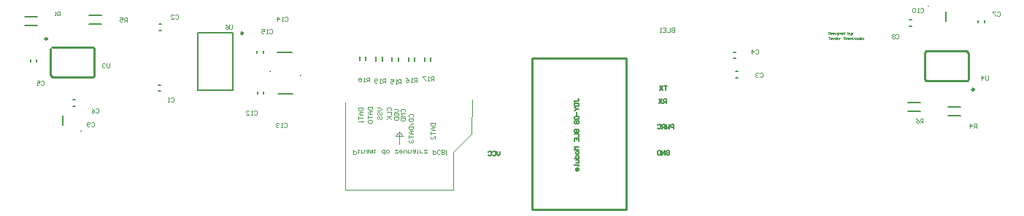
<source format=gbo>
G04*
G04 #@! TF.GenerationSoftware,Altium Limited,Altium Designer,21.3.2 (30)*
G04*
G04 Layer_Color=32896*
%FSLAX43Y43*%
%MOMM*%
G71*
G04*
G04 #@! TF.SameCoordinates,FC902942-77D8-4BC3-8EBF-9AFE0F54990F*
G04*
G04*
G04 #@! TF.FilePolarity,Positive*
G04*
G01*
G75*
%ADD10C,0.127*%
%ADD11C,0.200*%
%ADD13C,0.250*%
%ADD14C,0.152*%
%ADD15C,0.100*%
%ADD16C,0.203*%
%ADD17C,0.102*%
%ADD68C,0.254*%
%ADD100C,0.076*%
D10*
X31986Y62195D02*
G03*
X31986Y62195I-51J0D01*
G01*
X108300Y69757D02*
G03*
X108300Y69757I-51J0D01*
G01*
X10051Y55243D02*
G03*
X10051Y55243I-51J0D01*
G01*
X35465Y61704D02*
G03*
X35465Y61704I-51J0D01*
G01*
X77934Y52900D02*
X78019Y52985D01*
X78188D01*
X78273Y52900D01*
Y52562D01*
X78188Y52477D01*
X78019D01*
X77934Y52562D01*
Y52731D01*
X78104D01*
X77765Y52477D02*
Y52985D01*
X77427Y52477D01*
Y52985D01*
X77257D02*
Y52477D01*
X77003D01*
X76919Y52562D01*
Y52900D01*
X77003Y52985D01*
X77257D01*
X77973Y60485D02*
X77634D01*
X77804D01*
Y59977D01*
X77465Y60485D02*
X77127Y59977D01*
Y60485D02*
X77465Y59977D01*
X58623Y52885D02*
Y52546D01*
X58454Y52377D01*
X58284Y52546D01*
Y52885D01*
X57777Y52800D02*
X57861Y52885D01*
X58031D01*
X58115Y52800D01*
Y52462D01*
X58031Y52377D01*
X57861D01*
X57777Y52462D01*
X57269Y52800D02*
X57353Y52885D01*
X57523D01*
X57607Y52800D01*
Y52462D01*
X57523Y52377D01*
X57353D01*
X57269Y52462D01*
X77873Y58477D02*
Y58985D01*
X77619D01*
X77534Y58900D01*
Y58731D01*
X77619Y58646D01*
X77873D01*
X77704D02*
X77534Y58477D01*
X77365Y58985D02*
X77027Y58477D01*
Y58985D02*
X77365Y58477D01*
X67265Y58584D02*
Y58754D01*
Y58669D01*
X67688D01*
X67773Y58754D01*
Y58838D01*
X67688Y58923D01*
X67265Y58415D02*
X67773D01*
Y58161D01*
X67688Y58077D01*
X67350D01*
X67265Y58161D01*
Y58415D01*
Y57907D02*
X67350D01*
X67519Y57738D01*
X67350Y57569D01*
X67265D01*
X67519Y57738D02*
X67773D01*
X67519Y57400D02*
Y57061D01*
X67350Y56892D02*
X67265Y56807D01*
Y56638D01*
X67350Y56553D01*
X67688D01*
X67773Y56638D01*
Y56807D01*
X67688Y56892D01*
X67350D01*
Y56384D02*
X67265Y56299D01*
Y56130D01*
X67350Y56045D01*
X67434D01*
X67519Y56130D01*
X67604Y56045D01*
X67688D01*
X67773Y56130D01*
Y56299D01*
X67688Y56384D01*
X67604D01*
X67519Y56299D01*
X67434Y56384D01*
X67350D01*
X67519Y56299D02*
Y56130D01*
X67265Y55368D02*
X67773D01*
Y55114D01*
X67688Y55030D01*
X67604D01*
X67519Y55114D01*
Y55368D01*
Y55114D01*
X67434Y55030D01*
X67350D01*
X67265Y55114D01*
Y55368D01*
Y54860D02*
X67773D01*
Y54522D01*
X67265Y54014D02*
Y54352D01*
X67773D01*
Y54014D01*
X67519Y54352D02*
Y54183D01*
X67773Y53337D02*
X67265D01*
X67434Y53168D01*
X67265Y52998D01*
X67773D01*
Y52744D02*
Y52575D01*
X67688Y52490D01*
X67519D01*
X67434Y52575D01*
Y52744D01*
X67519Y52829D01*
X67688D01*
X67773Y52744D01*
X67265Y51983D02*
X67773D01*
Y52237D01*
X67688Y52321D01*
X67519D01*
X67434Y52237D01*
Y51983D01*
Y51813D02*
X67688D01*
X67773Y51729D01*
Y51475D01*
X67434D01*
X67773Y51305D02*
Y51136D01*
Y51221D01*
X67265D01*
Y51305D01*
X67773Y50628D02*
Y50798D01*
X67688Y50882D01*
X67519D01*
X67434Y50798D01*
Y50628D01*
X67519Y50544D01*
X67604D01*
Y50882D01*
X78773Y55477D02*
Y55985D01*
X78519D01*
X78434Y55900D01*
Y55731D01*
X78519Y55646D01*
X78773D01*
X78265Y55985D02*
Y55477D01*
X78096Y55646D01*
X77927Y55477D01*
Y55985D01*
X77757Y55477D02*
Y55985D01*
X77503D01*
X77419Y55900D01*
Y55731D01*
X77503Y55646D01*
X77757D01*
X77588D02*
X77419Y55477D01*
X76911Y55900D02*
X76996Y55985D01*
X77165D01*
X77249Y55900D01*
Y55562D01*
X77165Y55477D01*
X76996D01*
X76911Y55562D01*
D11*
X27650Y59950D02*
Y66650D01*
X23550Y59950D02*
Y66650D01*
X27650D01*
X23550Y59950D02*
X27650D01*
D13*
X28800Y66600D02*
G03*
X28800Y66600I-125J0D01*
G01*
D14*
X85657Y64406D02*
X85911D01*
X85657Y63694D02*
X85911D01*
X85957Y62156D02*
X86211D01*
X85957Y61444D02*
X86211D01*
X3513Y67492D02*
X4935D01*
X3513Y68508D02*
X4935D01*
X18957Y60556D02*
X19211D01*
X18957Y59844D02*
X19211D01*
X19039Y67656D02*
X19293D01*
X19039Y66944D02*
X19293D01*
X105963Y57542D02*
X107385D01*
X105963Y58558D02*
X107385D01*
X10965Y68708D02*
X12387D01*
X10965Y67692D02*
X12387D01*
X110613Y56992D02*
X112035D01*
X110613Y58008D02*
X112035D01*
X114094Y67839D02*
Y68093D01*
X114806Y67839D02*
Y68093D01*
X44220Y63371D02*
Y63829D01*
X44931Y63371D02*
Y63829D01*
X42340Y63403D02*
Y63861D01*
X43051Y63403D02*
Y63861D01*
X49860Y63321D02*
Y63779D01*
X50571Y63321D02*
Y63779D01*
X47980Y63321D02*
Y63779D01*
X48691Y63321D02*
Y63779D01*
X46100Y63321D02*
Y63779D01*
X46811Y63321D02*
Y63779D01*
X30444Y64307D02*
Y64561D01*
X31156Y64307D02*
Y64561D01*
X31206Y59557D02*
Y59811D01*
X30494Y59557D02*
Y59811D01*
X110370Y68017D02*
Y69083D01*
X7880Y55917D02*
Y56983D01*
X106107Y67444D02*
X106361D01*
X106107Y68156D02*
X106361D01*
X9089Y58856D02*
X9343D01*
X9089Y58144D02*
X9343D01*
X4856Y63257D02*
Y63511D01*
X4144Y63257D02*
Y63511D01*
D15*
X46955Y55150D02*
X47330Y54650D01*
X46480D02*
X47330D01*
X46480D02*
X46955Y55150D01*
Y53700D02*
Y55150D01*
X40630Y48350D02*
Y58550D01*
Y48350D02*
X53180D01*
X53222Y52792D01*
X55303Y54873D01*
X55379Y58909D01*
X41580Y53025D02*
Y52525D01*
X41830D01*
X41913Y52609D01*
Y52775D01*
X41830Y52858D01*
X41580D01*
X42080Y53025D02*
X42247D01*
X42163D01*
Y52692D01*
X42080D01*
X42496Y53025D02*
Y52692D01*
X42746D01*
X42830Y52775D01*
Y53025D01*
X43080Y52692D02*
X43246D01*
X43329Y52775D01*
Y53025D01*
X43080D01*
X42996Y52942D01*
X43080Y52858D01*
X43329D01*
X43496Y53025D02*
Y52692D01*
X43579D01*
X43663Y52775D01*
Y53025D01*
Y52775D01*
X43746Y52692D01*
X43829Y52775D01*
Y53025D01*
X43996D02*
X44163D01*
X44079D01*
Y52692D01*
X43996D01*
X45246Y52525D02*
Y53025D01*
X44996D01*
X44912Y52942D01*
Y52775D01*
X44996Y52692D01*
X45246D01*
X45495Y53025D02*
X45662D01*
X45745Y52942D01*
Y52775D01*
X45662Y52692D01*
X45495D01*
X45412Y52775D01*
Y52942D01*
X45495Y53025D01*
X46412Y52692D02*
X46745D01*
X46412Y53025D01*
X46745D01*
X47162D02*
X46995D01*
X46912Y52942D01*
Y52775D01*
X46995Y52692D01*
X47162D01*
X47245Y52775D01*
Y52858D01*
X46912D01*
X47411Y52692D02*
Y52942D01*
X47495Y53025D01*
X47578Y52942D01*
X47661Y53025D01*
X47745Y52942D01*
Y52692D01*
X47911Y53025D02*
Y52692D01*
X48161D01*
X48245Y52775D01*
Y53025D01*
X48494Y52692D02*
X48661D01*
X48744Y52775D01*
Y53025D01*
X48494D01*
X48411Y52942D01*
X48494Y52858D01*
X48744D01*
X48994Y52609D02*
Y52692D01*
X48911D01*
X49078D01*
X48994D01*
Y52942D01*
X49078Y53025D01*
X49328Y52692D02*
Y53025D01*
Y52858D01*
X49411Y52775D01*
X49494Y52692D01*
X49577D01*
X49827D02*
X50161D01*
X49827Y53025D01*
X50161D01*
X50827D02*
Y52525D01*
X51077D01*
X51160Y52609D01*
Y52775D01*
X51077Y52858D01*
X50827D01*
X51660Y52609D02*
X51577Y52525D01*
X51410D01*
X51327Y52609D01*
Y52942D01*
X51410Y53025D01*
X51577D01*
X51660Y52942D01*
X51827Y52525D02*
Y53025D01*
X52077D01*
X52160Y52942D01*
Y52858D01*
X52077Y52775D01*
X51827D01*
X52077D01*
X52160Y52692D01*
Y52609D01*
X52077Y52525D01*
X51827D01*
X52327Y52858D02*
Y52442D01*
Y52942D02*
Y53025D01*
X42155Y57900D02*
X42655D01*
Y57650D01*
X42572Y57567D01*
X42239D01*
X42155Y57650D01*
Y57900D01*
X42655Y57400D02*
X42322D01*
X42155Y57234D01*
X42322Y57067D01*
X42655D01*
X42405D01*
Y57400D01*
X42155Y56900D02*
Y56567D01*
Y56734D01*
X42655D01*
Y56401D02*
Y56234D01*
Y56317D01*
X42155D01*
X42239Y56401D01*
X43280Y58000D02*
X43780D01*
Y57750D01*
X43697Y57667D01*
X43364D01*
X43280Y57750D01*
Y58000D01*
X43780Y57500D02*
X43447D01*
X43280Y57334D01*
X43447Y57167D01*
X43780D01*
X43530D01*
Y57500D01*
X43280Y57000D02*
Y56667D01*
Y56834D01*
X43780D01*
X43364Y56501D02*
X43280Y56417D01*
Y56251D01*
X43364Y56167D01*
X43697D01*
X43780Y56251D01*
Y56417D01*
X43697Y56501D01*
X43364D01*
X44405Y57900D02*
X44738D01*
X44905Y57733D01*
X44738Y57567D01*
X44405D01*
X44489Y57067D02*
X44405Y57150D01*
Y57317D01*
X44489Y57400D01*
X44572D01*
X44655Y57317D01*
Y57150D01*
X44738Y57067D01*
X44822D01*
X44905Y57150D01*
Y57317D01*
X44822Y57400D01*
X44489Y56567D02*
X44405Y56650D01*
Y56817D01*
X44489Y56900D01*
X44572D01*
X44655Y56817D01*
Y56650D01*
X44738Y56567D01*
X44822D01*
X44905Y56650D01*
Y56817D01*
X44822Y56900D01*
X45589Y57567D02*
X45505Y57650D01*
Y57817D01*
X45589Y57900D01*
X45922D01*
X46005Y57817D01*
Y57650D01*
X45922Y57567D01*
X45505Y57400D02*
X46005D01*
Y57067D01*
X45505Y56900D02*
X46005D01*
X45838D01*
X45505Y56567D01*
X45755Y56817D01*
X46005Y56567D01*
X46350Y57800D02*
X46683D01*
X46850Y57633D01*
X46683Y57467D01*
X46350D01*
Y57300D02*
X46850D01*
Y57050D01*
X46767Y56967D01*
X46433D01*
X46350Y57050D01*
Y57300D01*
Y56800D02*
X46850D01*
Y56550D01*
X46767Y56467D01*
X46433D01*
X46350Y56550D01*
Y56800D01*
X47183Y57417D02*
X47100Y57500D01*
Y57667D01*
X47183Y57750D01*
X47517D01*
X47600Y57667D01*
Y57500D01*
X47517Y57417D01*
X47600Y57250D02*
X47100D01*
X47267Y57084D01*
X47100Y56917D01*
X47600D01*
X47100Y56750D02*
X47600D01*
Y56500D01*
X47517Y56417D01*
X47183D01*
X47100Y56500D01*
Y56750D01*
X48083Y56867D02*
X48000Y56950D01*
Y57117D01*
X48083Y57200D01*
X48417D01*
X48500Y57117D01*
Y56950D01*
X48417Y56867D01*
X48000Y56700D02*
X48500D01*
Y56450D01*
X48417Y56367D01*
X48083D01*
X48000Y56450D01*
Y56700D01*
X48500Y56200D02*
X48167Y55867D01*
X48000Y55700D02*
X48500D01*
Y55451D01*
X48417Y55367D01*
X48083D01*
X48000Y55451D01*
Y55700D01*
X48500Y55201D02*
X48167D01*
X48000Y55034D01*
X48167Y54867D01*
X48500D01*
X48250D01*
Y55201D01*
X48000Y54701D02*
Y54368D01*
Y54534D01*
X48500D01*
X48083Y54201D02*
X48000Y54118D01*
Y53951D01*
X48083Y53868D01*
X48167D01*
X48250Y53951D01*
Y54034D01*
Y53951D01*
X48333Y53868D01*
X48417D01*
X48500Y53951D01*
Y54118D01*
X48417Y54201D01*
X50600Y56150D02*
X51100D01*
Y55900D01*
X51017Y55817D01*
X50683D01*
X50600Y55900D01*
Y56150D01*
X51100Y55650D02*
X50767D01*
X50600Y55484D01*
X50767Y55317D01*
X51100D01*
X50850D01*
Y55650D01*
X50600Y55150D02*
Y54817D01*
Y54984D01*
X51100D01*
Y54317D02*
Y54650D01*
X50767Y54317D01*
X50683D01*
X50600Y54401D01*
Y54567D01*
X50683Y54650D01*
X7583Y68650D02*
Y69150D01*
X7333D01*
X7250Y69067D01*
Y68900D01*
X7333Y68817D01*
X7583D01*
X7417D02*
X7250Y68650D01*
X7083D02*
X6917D01*
X7000D01*
Y69150D01*
X7083Y69067D01*
X88233Y64617D02*
X88317Y64700D01*
X88483D01*
X88567Y64617D01*
Y64283D01*
X88483Y64200D01*
X88317D01*
X88233Y64283D01*
X87817Y64200D02*
Y64700D01*
X88067Y64450D01*
X87733D01*
X27567Y67600D02*
Y67183D01*
X27483Y67100D01*
X27317D01*
X27233Y67183D01*
Y67600D01*
X26733D02*
X26900Y67517D01*
X27067Y67350D01*
Y67183D01*
X26983Y67100D01*
X26817D01*
X26733Y67183D01*
Y67267D01*
X26817Y67350D01*
X27067D01*
X115267Y61650D02*
Y61233D01*
X115183Y61150D01*
X115017D01*
X114933Y61233D01*
Y61650D01*
X114517Y61150D02*
Y61650D01*
X114767Y61400D01*
X114433D01*
X13267Y63100D02*
Y62683D01*
X13183Y62600D01*
X13017D01*
X12933Y62683D01*
Y63100D01*
X12767Y63017D02*
X12683Y63100D01*
X12517D01*
X12433Y63017D01*
Y62933D01*
X12517Y62850D01*
X12600D01*
X12517D01*
X12433Y62767D01*
Y62683D01*
X12517Y62600D01*
X12683D01*
X12767Y62683D01*
X45275Y60800D02*
Y61300D01*
X45025D01*
X44942Y61217D01*
Y61050D01*
X45025Y60967D01*
X45275D01*
X45108D02*
X44942Y60800D01*
X44775D02*
X44608D01*
X44692D01*
Y61300D01*
X44775Y61217D01*
X44358Y60883D02*
X44275Y60800D01*
X44109D01*
X44025Y60883D01*
Y61217D01*
X44109Y61300D01*
X44275D01*
X44358Y61217D01*
Y61133D01*
X44275Y61050D01*
X44025D01*
X43425Y60950D02*
Y61450D01*
X43175D01*
X43092Y61367D01*
Y61200D01*
X43175Y61117D01*
X43425D01*
X43258D02*
X43092Y60950D01*
X42925D02*
X42758D01*
X42842D01*
Y61450D01*
X42925Y61367D01*
X42508D02*
X42425Y61450D01*
X42259D01*
X42175Y61367D01*
Y61283D01*
X42259Y61200D01*
X42175Y61117D01*
Y61033D01*
X42259Y60950D01*
X42425D01*
X42508Y61033D01*
Y61117D01*
X42425Y61200D01*
X42508Y61283D01*
Y61367D01*
X42425Y61200D02*
X42259D01*
X50875Y61050D02*
Y61550D01*
X50625D01*
X50542Y61467D01*
Y61300D01*
X50625Y61217D01*
X50875D01*
X50708D02*
X50542Y61050D01*
X50375D02*
X50208D01*
X50292D01*
Y61550D01*
X50375Y61467D01*
X49958Y61550D02*
X49625D01*
Y61467D01*
X49958Y61133D01*
Y61050D01*
X48925Y60900D02*
Y61400D01*
X48675D01*
X48592Y61317D01*
Y61150D01*
X48675Y61067D01*
X48925D01*
X48758D02*
X48592Y60900D01*
X48425D02*
X48258D01*
X48342D01*
Y61400D01*
X48425Y61317D01*
X47675Y61400D02*
X47842Y61317D01*
X48008Y61150D01*
Y60983D01*
X47925Y60900D01*
X47759D01*
X47675Y60983D01*
Y61067D01*
X47759Y61150D01*
X48008D01*
X47125Y60700D02*
Y61200D01*
X46875D01*
X46792Y61117D01*
Y60950D01*
X46875Y60867D01*
X47125D01*
X46958D02*
X46792Y60700D01*
X46625D02*
X46458D01*
X46542D01*
Y61200D01*
X46625Y61117D01*
X45875Y61200D02*
X46208D01*
Y60950D01*
X46042Y61033D01*
X45959D01*
X45875Y60950D01*
Y60783D01*
X45959Y60700D01*
X46125D01*
X46208Y60783D01*
X107667Y56200D02*
Y56700D01*
X107417D01*
X107333Y56617D01*
Y56450D01*
X107417Y56367D01*
X107667D01*
X107500D02*
X107333Y56200D01*
X106833Y56700D02*
X107000Y56617D01*
X107167Y56450D01*
Y56283D01*
X107083Y56200D01*
X106917D01*
X106833Y56283D01*
Y56367D01*
X106917Y56450D01*
X107167D01*
X15317Y67900D02*
Y68400D01*
X15067D01*
X14983Y68317D01*
Y68150D01*
X15067Y68067D01*
X15317D01*
X15150D02*
X14983Y67900D01*
X14483Y68400D02*
X14817D01*
Y68150D01*
X14650Y68233D01*
X14567D01*
X14483Y68150D01*
Y67983D01*
X14567Y67900D01*
X14733D01*
X14817Y67983D01*
X113867Y55600D02*
Y56100D01*
X113617D01*
X113533Y56017D01*
Y55850D01*
X113617Y55767D01*
X113867D01*
X113700D02*
X113533Y55600D01*
X113117D02*
Y56100D01*
X113367Y55850D01*
X113033D01*
X31842Y67017D02*
X31925Y67100D01*
X32091D01*
X32175Y67017D01*
Y66683D01*
X32091Y66600D01*
X31925D01*
X31842Y66683D01*
X31675Y66600D02*
X31508D01*
X31592D01*
Y67100D01*
X31675Y67017D01*
X30925Y67100D02*
X31258D01*
Y66850D01*
X31092Y66933D01*
X31009D01*
X30925Y66850D01*
Y66683D01*
X31009Y66600D01*
X31175D01*
X31258Y66683D01*
X30092Y57517D02*
X30175Y57600D01*
X30341D01*
X30425Y57517D01*
Y57183D01*
X30341Y57100D01*
X30175D01*
X30092Y57183D01*
X29925Y57100D02*
X29758D01*
X29842D01*
Y57600D01*
X29925Y57517D01*
X29175Y57100D02*
X29508D01*
X29175Y57433D01*
Y57517D01*
X29259Y57600D01*
X29425D01*
X29508Y57517D01*
X107392Y69467D02*
X107475Y69550D01*
X107641D01*
X107725Y69467D01*
Y69133D01*
X107641Y69050D01*
X107475D01*
X107392Y69133D01*
X107225Y69050D02*
X107058D01*
X107142D01*
Y69550D01*
X107225Y69467D01*
X106808D02*
X106725Y69550D01*
X106559D01*
X106475Y69467D01*
Y69133D01*
X106559Y69050D01*
X106725D01*
X106808Y69133D01*
Y69467D01*
X11183Y56167D02*
X11267Y56250D01*
X11433D01*
X11517Y56167D01*
Y55833D01*
X11433Y55750D01*
X11267D01*
X11183Y55833D01*
X11017D02*
X10933Y55750D01*
X10767D01*
X10683Y55833D01*
Y56167D01*
X10767Y56250D01*
X10933D01*
X11017Y56167D01*
Y56083D01*
X10933Y56000D01*
X10683D01*
X104533Y66367D02*
X104617Y66450D01*
X104783D01*
X104867Y66367D01*
Y66033D01*
X104783Y65950D01*
X104617D01*
X104533Y66033D01*
X104367Y66367D02*
X104283Y66450D01*
X104117D01*
X104033Y66367D01*
Y66283D01*
X104117Y66200D01*
X104033Y66117D01*
Y66033D01*
X104117Y65950D01*
X104283D01*
X104367Y66033D01*
Y66117D01*
X104283Y66200D01*
X104367Y66283D01*
Y66367D01*
X104283Y66200D02*
X104117D01*
X116233Y69017D02*
X116317Y69100D01*
X116483D01*
X116567Y69017D01*
Y68683D01*
X116483Y68600D01*
X116317D01*
X116233Y68683D01*
X116067Y69100D02*
X115733D01*
Y69017D01*
X116067Y68683D01*
Y68600D01*
X11733Y57767D02*
X11817Y57850D01*
X11983D01*
X12067Y57767D01*
Y57433D01*
X11983Y57350D01*
X11817D01*
X11733Y57433D01*
X11233Y57850D02*
X11400Y57767D01*
X11567Y57600D01*
Y57433D01*
X11483Y57350D01*
X11317D01*
X11233Y57433D01*
Y57517D01*
X11317Y57600D01*
X11567D01*
X5383Y61017D02*
X5467Y61100D01*
X5633D01*
X5717Y61017D01*
Y60683D01*
X5633Y60600D01*
X5467D01*
X5383Y60683D01*
X4883Y61100D02*
X5217D01*
Y60850D01*
X5050Y60933D01*
X4967D01*
X4883Y60850D01*
Y60683D01*
X4967Y60600D01*
X5133D01*
X5217Y60683D01*
X88733Y61917D02*
X88817Y62000D01*
X88983D01*
X89067Y61917D01*
Y61583D01*
X88983Y61500D01*
X88817D01*
X88733Y61583D01*
X88567Y61917D02*
X88483Y62000D01*
X88317D01*
X88233Y61917D01*
Y61833D01*
X88317Y61750D01*
X88400D01*
X88317D01*
X88233Y61667D01*
Y61583D01*
X88317Y61500D01*
X88483D01*
X88567Y61583D01*
X20933Y68717D02*
X21017Y68800D01*
X21183D01*
X21267Y68717D01*
Y68383D01*
X21183Y68300D01*
X21017D01*
X20933Y68383D01*
X20433Y68300D02*
X20767D01*
X20433Y68633D01*
Y68717D01*
X20517Y68800D01*
X20683D01*
X20767Y68717D01*
X33642Y68417D02*
X33725Y68500D01*
X33891D01*
X33975Y68417D01*
Y68083D01*
X33891Y68000D01*
X33725D01*
X33642Y68083D01*
X33475Y68000D02*
X33308D01*
X33392D01*
Y68500D01*
X33475Y68417D01*
X32809Y68000D02*
Y68500D01*
X33058Y68250D01*
X32725D01*
X33542Y56067D02*
X33625Y56150D01*
X33791D01*
X33875Y56067D01*
Y55733D01*
X33791Y55650D01*
X33625D01*
X33542Y55733D01*
X33375Y55650D02*
X33208D01*
X33292D01*
Y56150D01*
X33375Y56067D01*
X32958D02*
X32875Y56150D01*
X32709D01*
X32625Y56067D01*
Y55983D01*
X32709Y55900D01*
X32792D01*
X32709D01*
X32625Y55817D01*
Y55733D01*
X32709Y55650D01*
X32875D01*
X32958Y55733D01*
X20450Y59017D02*
X20533Y59100D01*
X20700D01*
X20783Y59017D01*
Y58683D01*
X20700Y58600D01*
X20533D01*
X20450Y58683D01*
X20283Y58600D02*
X20117D01*
X20200D01*
Y59100D01*
X20283Y59017D01*
D16*
X32812Y64342D02*
X34488D01*
X32862Y59558D02*
X34538D01*
D17*
X78804Y67249D02*
Y66742D01*
X78550D01*
X78465Y66826D01*
Y66911D01*
X78550Y66996D01*
X78804D01*
X78550D01*
X78465Y67080D01*
Y67165D01*
X78550Y67249D01*
X78804D01*
X78296D02*
Y66742D01*
X77957D01*
X77449Y67249D02*
X77788D01*
Y66742D01*
X77449D01*
X77788Y66996D02*
X77619D01*
X77280Y66742D02*
X77111D01*
X77195D01*
Y67249D01*
X77280Y67165D01*
D68*
X113600Y60056D02*
G03*
X113600Y60056I-127J0D01*
G01*
X6079Y65944D02*
G03*
X6079Y65944I-127J0D01*
G01*
X62316Y46050D02*
Y63734D01*
X73238D01*
Y46050D02*
Y63734D01*
X62316Y46050D02*
X73238D01*
X108012Y61072D02*
X112838D01*
X107885Y61199D02*
X108012Y61072D01*
X107885Y61199D02*
Y64374D01*
X108012Y64501D01*
X112711D01*
X112965Y64247D01*
Y61199D02*
Y64247D01*
X6587Y64928D02*
X11413D01*
X11540Y64801D01*
Y61626D02*
Y64801D01*
X11413Y61499D02*
X11540Y61626D01*
X6714Y61499D02*
X11413D01*
X6460Y61753D02*
X6714Y61499D01*
X6460Y61753D02*
Y64801D01*
D100*
X96676Y66752D02*
Y66498D01*
X96803D01*
X96845Y66541D01*
Y66710D01*
X96803Y66752D01*
X96676D01*
X97057Y66498D02*
X96972D01*
X96930Y66541D01*
Y66625D01*
X96972Y66668D01*
X97057D01*
X97099Y66625D01*
Y66583D01*
X96930D01*
X97184Y66498D02*
X97311D01*
X97353Y66541D01*
X97311Y66583D01*
X97226D01*
X97184Y66625D01*
X97226Y66668D01*
X97353D01*
X97438Y66498D02*
X97523D01*
X97480D01*
Y66668D01*
X97438D01*
X97734Y66414D02*
X97777D01*
X97819Y66456D01*
Y66668D01*
X97692D01*
X97650Y66625D01*
Y66541D01*
X97692Y66498D01*
X97819D01*
X97903D02*
Y66668D01*
X98030D01*
X98073Y66625D01*
Y66498D01*
X98284D02*
X98200D01*
X98157Y66541D01*
Y66625D01*
X98200Y66668D01*
X98284D01*
X98327Y66625D01*
Y66583D01*
X98157D01*
X98581Y66752D02*
Y66498D01*
X98454D01*
X98411Y66541D01*
Y66625D01*
X98454Y66668D01*
X98581D01*
X98919Y66752D02*
Y66498D01*
X99046D01*
X99088Y66541D01*
Y66583D01*
Y66625D01*
X99046Y66668D01*
X98919D01*
X99173D02*
Y66541D01*
X99215Y66498D01*
X99342D01*
Y66456D01*
X99300Y66414D01*
X99258D01*
X99342Y66498D02*
Y66668D01*
X99427D02*
X99469D01*
Y66625D01*
X99427D01*
Y66668D01*
Y66541D02*
X99469D01*
Y66498D01*
X99427D01*
Y66541D01*
X96676Y66180D02*
X96845D01*
X96761D01*
Y65926D01*
X97057D02*
X96972D01*
X96930Y65969D01*
Y66053D01*
X96972Y66095D01*
X97057D01*
X97099Y66053D01*
Y66011D01*
X96930D01*
X97226Y65926D02*
X97311D01*
X97353Y65969D01*
Y66053D01*
X97311Y66095D01*
X97226D01*
X97184Y66053D01*
Y65969D01*
X97226Y65926D01*
X97607Y66180D02*
Y65926D01*
X97480D01*
X97438Y65969D01*
Y66053D01*
X97480Y66095D01*
X97607D01*
X97734Y65926D02*
X97819D01*
X97861Y65969D01*
Y66053D01*
X97819Y66095D01*
X97734D01*
X97692Y66053D01*
Y65969D01*
X97734Y65926D01*
X97946Y66095D02*
Y65926D01*
Y66011D01*
X97988Y66053D01*
X98030Y66095D01*
X98073D01*
X98454Y65926D02*
Y66180D01*
X98581D01*
X98623Y66138D01*
Y66053D01*
X98581Y66011D01*
X98454D01*
X98538D02*
X98623Y65926D01*
X98750D02*
X98835D01*
X98877Y65969D01*
Y66053D01*
X98835Y66095D01*
X98750D01*
X98708Y66053D01*
Y65969D01*
X98750Y65926D01*
X98961D02*
X99088D01*
X99131Y65969D01*
X99088Y66011D01*
X99004D01*
X98961Y66053D01*
X99004Y66095D01*
X99131D01*
X99258Y65926D02*
X99342D01*
X99385Y65969D01*
Y66053D01*
X99342Y66095D01*
X99258D01*
X99215Y66053D01*
Y65969D01*
X99258Y65926D01*
X99469D02*
X99554D01*
X99512D01*
Y66180D01*
X99469D01*
X99723Y65926D02*
X99808D01*
X99850Y65969D01*
Y66053D01*
X99808Y66095D01*
X99723D01*
X99681Y66053D01*
Y65969D01*
X99723Y65926D01*
X99935Y66095D02*
Y65969D01*
X99977Y65926D01*
X100019Y65969D01*
X100062Y65926D01*
X100104Y65969D01*
Y66095D01*
X100189Y65926D02*
X100316D01*
X100358Y65969D01*
X100316Y66011D01*
X100231D01*
X100189Y66053D01*
X100231Y66095D01*
X100358D01*
X100443Y65926D02*
Y66180D01*
Y66011D02*
X100570Y66095D01*
X100443Y66011D02*
X100570Y65926D01*
X100697D02*
X100781D01*
X100739D01*
Y66095D01*
X100697D01*
M02*

</source>
